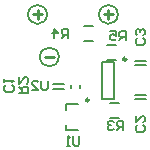
<source format=gbo>
G04*
G04 #@! TF.GenerationSoftware,Altium Limited,Altium Designer,21.9.2 (33)*
G04*
G04 Layer_Color=32896*
%FSLAX25Y25*%
%MOIN*%
G70*
G04*
G04 #@! TF.SameCoordinates,E2E37F34-45BF-43D2-A38E-C68E023C1027*
G04*
G04*
G04 #@! TF.FilePolarity,Positive*
G04*
G01*
G75*
%ADD10C,0.00787*%
%ADD11C,0.00500*%
%ADD12C,0.01000*%
%ADD13C,0.00591*%
%ADD39C,0.00984*%
D10*
X64961Y48425D02*
G03*
X64961Y48425I-3150J0D01*
G01*
X45276Y34252D02*
G03*
X45276Y34252I-3150J0D01*
G01*
X41339Y48425D02*
G03*
X41339Y48425I-3150J0D01*
G01*
X47736Y18504D02*
X51673D01*
X47736Y16732D02*
Y18504D01*
Y9843D02*
X51673D01*
X47736D02*
Y11614D01*
X63779Y20276D02*
Y32480D01*
X59842Y20276D02*
Y32480D01*
Y20276D02*
X63779D01*
X59842Y32480D02*
X63779D01*
D11*
X61492Y38327D02*
X64492D01*
X61492Y33327D02*
X64492D01*
X53618Y44626D02*
X56618D01*
X53618Y39626D02*
X56618D01*
X52387Y23810D02*
Y25010D01*
X49187Y23810D02*
Y25010D01*
X43401Y23709D02*
X47150D01*
X43401Y25109D02*
X47150D01*
X62279Y19035D02*
X65280D01*
X62279Y14035D02*
X65280D01*
X70566Y21566D02*
X74316D01*
X70566Y20166D02*
X74316D01*
X70566Y31583D02*
X74316D01*
X70566Y32983D02*
X74316D01*
D12*
X61811Y46850D02*
Y50000D01*
X60236Y48425D02*
X63386D01*
X40551Y34252D02*
X43701D01*
X38189Y46850D02*
Y50000D01*
X36614Y48425D02*
X39764D01*
D13*
X67585Y39764D02*
Y42913D01*
X66010D01*
X65485Y42388D01*
Y41339D01*
X66010Y40814D01*
X67585D01*
X66535D02*
X65485Y39764D01*
X62337Y42913D02*
X64436D01*
Y41339D01*
X63386Y41863D01*
X62862D01*
X62337Y41339D01*
Y40289D01*
X62862Y39764D01*
X63911D01*
X64436Y40289D01*
X48293Y40552D02*
Y43700D01*
X46719D01*
X46194Y43176D01*
Y42126D01*
X46719Y41601D01*
X48293D01*
X47244D02*
X46194Y40552D01*
X43570D02*
Y43700D01*
X45145Y42126D01*
X43045D01*
X31890Y22179D02*
X35039D01*
Y23754D01*
X34514Y24278D01*
X33465D01*
X32940Y23754D01*
Y22179D01*
Y23229D02*
X31890Y24278D01*
Y27427D02*
Y25328D01*
X33989Y27427D01*
X34514D01*
X35039Y26902D01*
Y25853D01*
X34514Y25328D01*
X29790Y24803D02*
X30314Y24278D01*
Y23229D01*
X29790Y22704D01*
X27691D01*
X27166Y23229D01*
Y24278D01*
X27691Y24803D01*
X27166Y25853D02*
Y26902D01*
Y26377D01*
X30314D01*
X29790Y25853D01*
X52099Y7874D02*
Y5250D01*
X51574Y4725D01*
X50525D01*
X50000Y5250D01*
Y7874D01*
X48950Y4725D02*
X47901D01*
X48426D01*
Y7874D01*
X48950Y7349D01*
X66797Y9843D02*
Y12992D01*
X65223D01*
X64698Y12467D01*
Y11417D01*
X65223Y10893D01*
X66797D01*
X65747D02*
X64698Y9843D01*
X63648Y12467D02*
X63124Y12992D01*
X62074D01*
X61549Y12467D01*
Y11942D01*
X62074Y11417D01*
X62599D01*
X62074D01*
X61549Y10893D01*
Y10368D01*
X62074Y9843D01*
X63124D01*
X63648Y10368D01*
X73491Y11483D02*
X74015Y10958D01*
Y9909D01*
X73491Y9384D01*
X71391D01*
X70867Y9909D01*
Y10958D01*
X71391Y11483D01*
X70867Y14632D02*
Y12533D01*
X72966Y14632D01*
X73491D01*
X74015Y14107D01*
Y13057D01*
X73491Y12533D01*
X41600Y26377D02*
Y23754D01*
X41075Y23229D01*
X40026D01*
X39501Y23754D01*
Y26377D01*
X36353Y23229D02*
X38452D01*
X36353Y25328D01*
Y25853D01*
X36877Y26377D01*
X37927D01*
X38452Y25853D01*
X73491Y40420D02*
X74015Y39895D01*
Y38846D01*
X73491Y38321D01*
X71391D01*
X70867Y38846D01*
Y39895D01*
X71391Y40420D01*
X73491Y41470D02*
X74015Y41994D01*
Y43044D01*
X73491Y43569D01*
X72966D01*
X72441Y43044D01*
Y42519D01*
Y43044D01*
X71916Y43569D01*
X71391D01*
X70867Y43044D01*
Y41994D01*
X71391Y41470D01*
D39*
X55315Y19882D02*
G03*
X55315Y19882I-492J0D01*
G01*
X67716Y33465D02*
G03*
X67716Y33465I-492J0D01*
G01*
M02*

</source>
